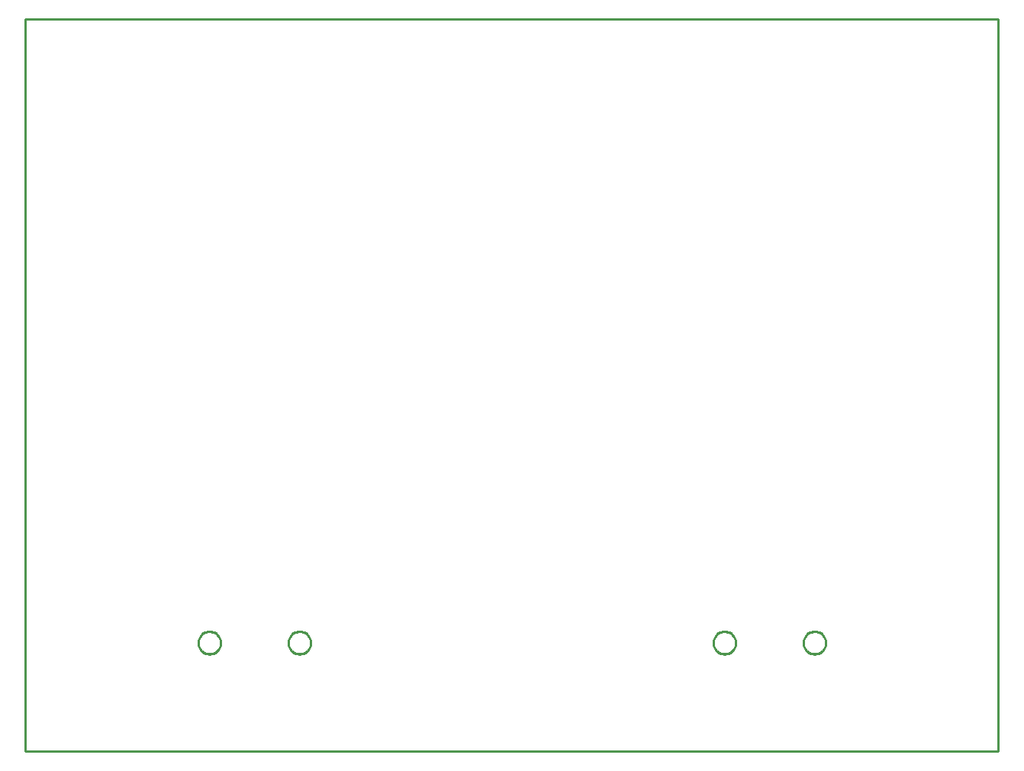
<source format=gbr>
G04 EAGLE Gerber RS-274X export*
G75*
%MOMM*%
%FSLAX34Y34*%
%LPD*%
%IN*%
%IPPOS*%
%AMOC8*
5,1,8,0,0,1.08239X$1,22.5*%
G01*
%ADD10C,0.254000*%


D10*
X0Y0D02*
X1079500Y0D01*
X1079500Y812800D01*
X0Y812800D01*
X0Y0D01*
X788000Y120309D02*
X787923Y119330D01*
X787769Y118360D01*
X787540Y117404D01*
X787236Y116470D01*
X786861Y115563D01*
X786415Y114688D01*
X785901Y113850D01*
X785324Y113055D01*
X784686Y112308D01*
X783992Y111614D01*
X783245Y110976D01*
X782450Y110399D01*
X781612Y109885D01*
X780737Y109439D01*
X779830Y109064D01*
X778896Y108760D01*
X777941Y108531D01*
X776970Y108377D01*
X775991Y108300D01*
X775009Y108300D01*
X774030Y108377D01*
X773060Y108531D01*
X772104Y108760D01*
X771170Y109064D01*
X770263Y109439D01*
X769388Y109885D01*
X768550Y110399D01*
X767755Y110976D01*
X767008Y111614D01*
X766314Y112308D01*
X765676Y113055D01*
X765099Y113850D01*
X764585Y114688D01*
X764139Y115563D01*
X763764Y116470D01*
X763460Y117404D01*
X763231Y118360D01*
X763077Y119330D01*
X763000Y120309D01*
X763000Y121291D01*
X763077Y122270D01*
X763231Y123241D01*
X763460Y124196D01*
X763764Y125130D01*
X764139Y126037D01*
X764585Y126912D01*
X765099Y127750D01*
X765676Y128545D01*
X766314Y129292D01*
X767008Y129986D01*
X767755Y130624D01*
X768550Y131201D01*
X769388Y131715D01*
X770263Y132161D01*
X771170Y132536D01*
X772104Y132840D01*
X773060Y133069D01*
X774030Y133223D01*
X775009Y133300D01*
X775991Y133300D01*
X776970Y133223D01*
X777941Y133069D01*
X778896Y132840D01*
X779830Y132536D01*
X780737Y132161D01*
X781612Y131715D01*
X782450Y131201D01*
X783245Y130624D01*
X783992Y129986D01*
X784686Y129292D01*
X785324Y128545D01*
X785901Y127750D01*
X786415Y126912D01*
X786861Y126037D01*
X787236Y125130D01*
X787540Y124196D01*
X787769Y123241D01*
X787923Y122270D01*
X788000Y121291D01*
X788000Y120309D01*
X888000Y120309D02*
X887923Y119330D01*
X887769Y118360D01*
X887540Y117404D01*
X887236Y116470D01*
X886861Y115563D01*
X886415Y114688D01*
X885901Y113850D01*
X885324Y113055D01*
X884686Y112308D01*
X883992Y111614D01*
X883245Y110976D01*
X882450Y110399D01*
X881612Y109885D01*
X880737Y109439D01*
X879830Y109064D01*
X878896Y108760D01*
X877941Y108531D01*
X876970Y108377D01*
X875991Y108300D01*
X875009Y108300D01*
X874030Y108377D01*
X873060Y108531D01*
X872104Y108760D01*
X871170Y109064D01*
X870263Y109439D01*
X869388Y109885D01*
X868550Y110399D01*
X867755Y110976D01*
X867008Y111614D01*
X866314Y112308D01*
X865676Y113055D01*
X865099Y113850D01*
X864585Y114688D01*
X864139Y115563D01*
X863764Y116470D01*
X863460Y117404D01*
X863231Y118360D01*
X863077Y119330D01*
X863000Y120309D01*
X863000Y121291D01*
X863077Y122270D01*
X863231Y123241D01*
X863460Y124196D01*
X863764Y125130D01*
X864139Y126037D01*
X864585Y126912D01*
X865099Y127750D01*
X865676Y128545D01*
X866314Y129292D01*
X867008Y129986D01*
X867755Y130624D01*
X868550Y131201D01*
X869388Y131715D01*
X870263Y132161D01*
X871170Y132536D01*
X872104Y132840D01*
X873060Y133069D01*
X874030Y133223D01*
X875009Y133300D01*
X875991Y133300D01*
X876970Y133223D01*
X877941Y133069D01*
X878896Y132840D01*
X879830Y132536D01*
X880737Y132161D01*
X881612Y131715D01*
X882450Y131201D01*
X883245Y130624D01*
X883992Y129986D01*
X884686Y129292D01*
X885324Y128545D01*
X885901Y127750D01*
X886415Y126912D01*
X886861Y126037D01*
X887236Y125130D01*
X887540Y124196D01*
X887769Y123241D01*
X887923Y122270D01*
X888000Y121291D01*
X888000Y120309D01*
X216500Y120309D02*
X216423Y119330D01*
X216269Y118360D01*
X216040Y117404D01*
X215736Y116470D01*
X215361Y115563D01*
X214915Y114688D01*
X214401Y113850D01*
X213824Y113055D01*
X213186Y112308D01*
X212492Y111614D01*
X211745Y110976D01*
X210950Y110399D01*
X210112Y109885D01*
X209237Y109439D01*
X208330Y109064D01*
X207396Y108760D01*
X206441Y108531D01*
X205470Y108377D01*
X204491Y108300D01*
X203509Y108300D01*
X202530Y108377D01*
X201560Y108531D01*
X200604Y108760D01*
X199670Y109064D01*
X198763Y109439D01*
X197888Y109885D01*
X197050Y110399D01*
X196255Y110976D01*
X195508Y111614D01*
X194814Y112308D01*
X194176Y113055D01*
X193599Y113850D01*
X193085Y114688D01*
X192639Y115563D01*
X192264Y116470D01*
X191960Y117404D01*
X191731Y118360D01*
X191577Y119330D01*
X191500Y120309D01*
X191500Y121291D01*
X191577Y122270D01*
X191731Y123241D01*
X191960Y124196D01*
X192264Y125130D01*
X192639Y126037D01*
X193085Y126912D01*
X193599Y127750D01*
X194176Y128545D01*
X194814Y129292D01*
X195508Y129986D01*
X196255Y130624D01*
X197050Y131201D01*
X197888Y131715D01*
X198763Y132161D01*
X199670Y132536D01*
X200604Y132840D01*
X201560Y133069D01*
X202530Y133223D01*
X203509Y133300D01*
X204491Y133300D01*
X205470Y133223D01*
X206441Y133069D01*
X207396Y132840D01*
X208330Y132536D01*
X209237Y132161D01*
X210112Y131715D01*
X210950Y131201D01*
X211745Y130624D01*
X212492Y129986D01*
X213186Y129292D01*
X213824Y128545D01*
X214401Y127750D01*
X214915Y126912D01*
X215361Y126037D01*
X215736Y125130D01*
X216040Y124196D01*
X216269Y123241D01*
X216423Y122270D01*
X216500Y121291D01*
X216500Y120309D01*
X316500Y120309D02*
X316423Y119330D01*
X316269Y118360D01*
X316040Y117404D01*
X315736Y116470D01*
X315361Y115563D01*
X314915Y114688D01*
X314401Y113850D01*
X313824Y113055D01*
X313186Y112308D01*
X312492Y111614D01*
X311745Y110976D01*
X310950Y110399D01*
X310112Y109885D01*
X309237Y109439D01*
X308330Y109064D01*
X307396Y108760D01*
X306441Y108531D01*
X305470Y108377D01*
X304491Y108300D01*
X303509Y108300D01*
X302530Y108377D01*
X301560Y108531D01*
X300604Y108760D01*
X299670Y109064D01*
X298763Y109439D01*
X297888Y109885D01*
X297050Y110399D01*
X296255Y110976D01*
X295508Y111614D01*
X294814Y112308D01*
X294176Y113055D01*
X293599Y113850D01*
X293085Y114688D01*
X292639Y115563D01*
X292264Y116470D01*
X291960Y117404D01*
X291731Y118360D01*
X291577Y119330D01*
X291500Y120309D01*
X291500Y121291D01*
X291577Y122270D01*
X291731Y123241D01*
X291960Y124196D01*
X292264Y125130D01*
X292639Y126037D01*
X293085Y126912D01*
X293599Y127750D01*
X294176Y128545D01*
X294814Y129292D01*
X295508Y129986D01*
X296255Y130624D01*
X297050Y131201D01*
X297888Y131715D01*
X298763Y132161D01*
X299670Y132536D01*
X300604Y132840D01*
X301560Y133069D01*
X302530Y133223D01*
X303509Y133300D01*
X304491Y133300D01*
X305470Y133223D01*
X306441Y133069D01*
X307396Y132840D01*
X308330Y132536D01*
X309237Y132161D01*
X310112Y131715D01*
X310950Y131201D01*
X311745Y130624D01*
X312492Y129986D01*
X313186Y129292D01*
X313824Y128545D01*
X314401Y127750D01*
X314915Y126912D01*
X315361Y126037D01*
X315736Y125130D01*
X316040Y124196D01*
X316269Y123241D01*
X316423Y122270D01*
X316500Y121291D01*
X316500Y120309D01*
M02*

</source>
